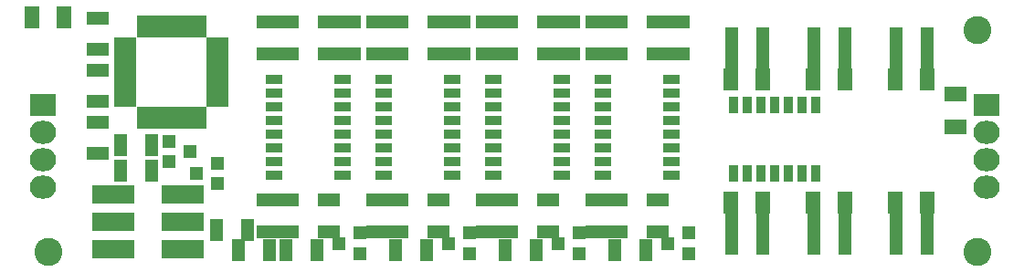
<source format=gbr>
G04 #@! TF.FileFunction,Soldermask,Bot*
%FSLAX46Y46*%
G04 Gerber Fmt 4.6, Leading zero omitted, Abs format (unit mm)*
G04 Created by KiCad (PCBNEW 4.0.5+dfsg1-4) date Sat Sep 22 09:12:03 2018*
%MOMM*%
%LPD*%
G01*
G04 APERTURE LIST*
%ADD10C,0.100000*%
%ADD11R,0.950000X2.000000*%
%ADD12R,2.000000X0.950000*%
%ADD13R,1.300000X2.100000*%
%ADD14R,1.400000X2.000000*%
%ADD15R,2.000000X1.400000*%
%ADD16R,4.000000X1.670000*%
%ADD17R,1.300000X1.200000*%
%ADD18R,2.100000X1.300000*%
%ADD19R,0.908000X1.543000*%
%ADD20R,2.432000X2.127200*%
%ADD21O,2.432000X2.127200*%
%ADD22R,1.543000X0.908000*%
%ADD23C,2.600000*%
G04 APERTURE END LIST*
D10*
D11*
X44190000Y-23690000D03*
X44990000Y-23690000D03*
X45790000Y-23690000D03*
X46590000Y-23690000D03*
X47390000Y-23690000D03*
X48190000Y-23690000D03*
X48990000Y-23690000D03*
X49790000Y-23690000D03*
D12*
X51240000Y-25140000D03*
X51240000Y-25940000D03*
X51240000Y-26740000D03*
X51240000Y-27540000D03*
X51240000Y-28340000D03*
X51240000Y-29140000D03*
X51240000Y-29940000D03*
X51240000Y-30740000D03*
D11*
X49790000Y-32190000D03*
X48990000Y-32190000D03*
X48190000Y-32190000D03*
X47390000Y-32190000D03*
X46590000Y-32190000D03*
X45790000Y-32190000D03*
X44990000Y-32190000D03*
X44190000Y-32190000D03*
D12*
X42740000Y-30740000D03*
X42740000Y-29940000D03*
X42740000Y-29140000D03*
X42740000Y-28340000D03*
X42740000Y-27540000D03*
X42740000Y-26740000D03*
X42740000Y-25940000D03*
X42740000Y-25140000D03*
D13*
X101780000Y-43815000D03*
X98880000Y-43815000D03*
D14*
X34060000Y-22860000D03*
X37060000Y-22860000D03*
X101830000Y-28575000D03*
X98830000Y-28575000D03*
D15*
X119634000Y-29996000D03*
X119634000Y-32996000D03*
D14*
X109450000Y-28575000D03*
X106450000Y-28575000D03*
X117070000Y-28575000D03*
X114070000Y-28575000D03*
X114070000Y-40005000D03*
X117070000Y-40005000D03*
X106450000Y-40005000D03*
X109450000Y-40005000D03*
X98830000Y-40005000D03*
X101830000Y-40005000D03*
D16*
X48031000Y-39243000D03*
X48031000Y-41783000D03*
X48031000Y-44323000D03*
X41631000Y-44323000D03*
X41631000Y-41783000D03*
X41631000Y-39243000D03*
D17*
X51292000Y-36388000D03*
X51292000Y-38288000D03*
X49292000Y-37338000D03*
X46752000Y-36256000D03*
X46752000Y-34356000D03*
X48752000Y-35306000D03*
X94980000Y-42865000D03*
X94980000Y-44765000D03*
X92980000Y-43815000D03*
X84820000Y-42865000D03*
X84820000Y-44765000D03*
X82820000Y-43815000D03*
X74660000Y-42865000D03*
X74660000Y-44765000D03*
X72660000Y-43815000D03*
X64500000Y-42865000D03*
X64500000Y-44765000D03*
X62500000Y-43815000D03*
D13*
X98880000Y-26670000D03*
X101780000Y-26670000D03*
X106500000Y-26670000D03*
X109400000Y-26670000D03*
X114120000Y-26670000D03*
X117020000Y-26670000D03*
X117020000Y-41910000D03*
X114120000Y-41910000D03*
X109400000Y-41910000D03*
X106500000Y-41910000D03*
X101780000Y-41910000D03*
X98880000Y-41910000D03*
X54028000Y-42545000D03*
X51128000Y-42545000D03*
D18*
X40132000Y-22934000D03*
X40132000Y-25834000D03*
D13*
X56060000Y-44450000D03*
X53160000Y-44450000D03*
X98880000Y-24765000D03*
X101780000Y-24765000D03*
X106500000Y-24765000D03*
X109400000Y-24765000D03*
X114120000Y-24765000D03*
X117020000Y-24765000D03*
X117020000Y-43815000D03*
X114120000Y-43815000D03*
X109400000Y-43815000D03*
X106500000Y-43815000D03*
X45138000Y-34671000D03*
X42238000Y-34671000D03*
X45138000Y-37084000D03*
X42238000Y-37084000D03*
D18*
X40132000Y-35486000D03*
X40132000Y-32586000D03*
X40132000Y-27760000D03*
X40132000Y-30660000D03*
X88265000Y-23315000D03*
X88265000Y-26215000D03*
X86360000Y-23315000D03*
X86360000Y-26215000D03*
X86360000Y-42725000D03*
X86360000Y-39825000D03*
X88265000Y-42725000D03*
X88265000Y-39825000D03*
X92075000Y-42725000D03*
X92075000Y-39825000D03*
X93980000Y-23315000D03*
X93980000Y-26215000D03*
X92075000Y-23315000D03*
X92075000Y-26215000D03*
X78105000Y-23315000D03*
X78105000Y-26215000D03*
X76200000Y-23315000D03*
X76200000Y-26215000D03*
X76200000Y-42725000D03*
X76200000Y-39825000D03*
X78105000Y-42725000D03*
X78105000Y-39825000D03*
X81915000Y-42725000D03*
X81915000Y-39825000D03*
X83820000Y-23315000D03*
X83820000Y-26215000D03*
X81915000Y-23315000D03*
X81915000Y-26215000D03*
X67945000Y-23315000D03*
X67945000Y-26215000D03*
X66040000Y-23315000D03*
X66040000Y-26215000D03*
X66040000Y-42725000D03*
X66040000Y-39825000D03*
X67945000Y-42725000D03*
X67945000Y-39825000D03*
X71755000Y-42725000D03*
X71755000Y-39825000D03*
X73660000Y-23315000D03*
X73660000Y-26215000D03*
X71755000Y-23315000D03*
X71755000Y-26215000D03*
X57785000Y-23315000D03*
X57785000Y-26215000D03*
X55880000Y-23315000D03*
X55880000Y-26215000D03*
X55880000Y-42725000D03*
X55880000Y-39825000D03*
X57785000Y-42725000D03*
X57785000Y-39825000D03*
X61595000Y-42725000D03*
X61595000Y-39825000D03*
X63500000Y-23315000D03*
X63500000Y-26215000D03*
X61595000Y-23315000D03*
X61595000Y-26215000D03*
D13*
X88085000Y-44450000D03*
X90985000Y-44450000D03*
X77925000Y-44450000D03*
X80825000Y-44450000D03*
X67765000Y-44450000D03*
X70665000Y-44450000D03*
X57605000Y-44450000D03*
X60505000Y-44450000D03*
D19*
X99060000Y-30988000D03*
X100330000Y-30988000D03*
X101600000Y-30988000D03*
X102870000Y-30988000D03*
X104140000Y-30988000D03*
X105410000Y-30988000D03*
X106680000Y-30988000D03*
X106680000Y-37338000D03*
X105410000Y-37338000D03*
X102870000Y-37338000D03*
X101600000Y-37338000D03*
X100330000Y-37338000D03*
X99060000Y-37338000D03*
X104140000Y-37338000D03*
D20*
X122555000Y-30988000D03*
D21*
X122555000Y-33528000D03*
X122555000Y-36068000D03*
X122555000Y-38608000D03*
D20*
X35052000Y-30988000D03*
D21*
X35052000Y-33528000D03*
X35052000Y-36068000D03*
X35052000Y-38608000D03*
D22*
X93345000Y-37465000D03*
X93345000Y-34925000D03*
X93345000Y-33655000D03*
X93345000Y-32385000D03*
X93345000Y-31115000D03*
X93345000Y-29845000D03*
X93345000Y-28575000D03*
X86995000Y-28575000D03*
X86995000Y-29845000D03*
X86995000Y-31115000D03*
X86995000Y-32385000D03*
X86995000Y-33655000D03*
X86995000Y-34925000D03*
X86995000Y-36195000D03*
X86995000Y-37465000D03*
X93345000Y-36195000D03*
X83185000Y-37465000D03*
X83185000Y-34925000D03*
X83185000Y-33655000D03*
X83185000Y-32385000D03*
X83185000Y-31115000D03*
X83185000Y-29845000D03*
X83185000Y-28575000D03*
X76835000Y-28575000D03*
X76835000Y-29845000D03*
X76835000Y-31115000D03*
X76835000Y-32385000D03*
X76835000Y-33655000D03*
X76835000Y-34925000D03*
X76835000Y-36195000D03*
X76835000Y-37465000D03*
X83185000Y-36195000D03*
X73025000Y-37465000D03*
X73025000Y-34925000D03*
X73025000Y-33655000D03*
X73025000Y-32385000D03*
X73025000Y-31115000D03*
X73025000Y-29845000D03*
X73025000Y-28575000D03*
X66675000Y-28575000D03*
X66675000Y-29845000D03*
X66675000Y-31115000D03*
X66675000Y-32385000D03*
X66675000Y-33655000D03*
X66675000Y-34925000D03*
X66675000Y-36195000D03*
X66675000Y-37465000D03*
X73025000Y-36195000D03*
X62865000Y-37465000D03*
X62865000Y-34925000D03*
X62865000Y-33655000D03*
X62865000Y-32385000D03*
X62865000Y-31115000D03*
X62865000Y-29845000D03*
X62865000Y-28575000D03*
X56515000Y-28575000D03*
X56515000Y-29845000D03*
X56515000Y-31115000D03*
X56515000Y-32385000D03*
X56515000Y-33655000D03*
X56515000Y-34925000D03*
X56515000Y-36195000D03*
X56515000Y-37465000D03*
X62865000Y-36195000D03*
D23*
X35560000Y-44577000D03*
X121666000Y-24003000D03*
X121666000Y-44577000D03*
M02*

</source>
